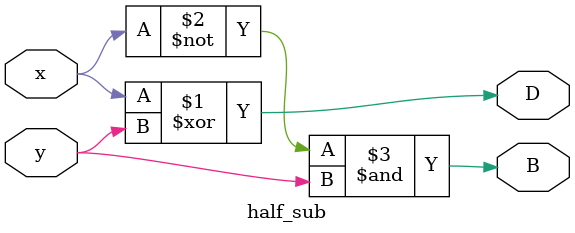
<source format=v>
`timescale 1ns / 1ps


module half_sub (
input x,y,
output D,B
    );
    assign D = x^y;
    assign B = (~x)&y;
endmodule

</source>
